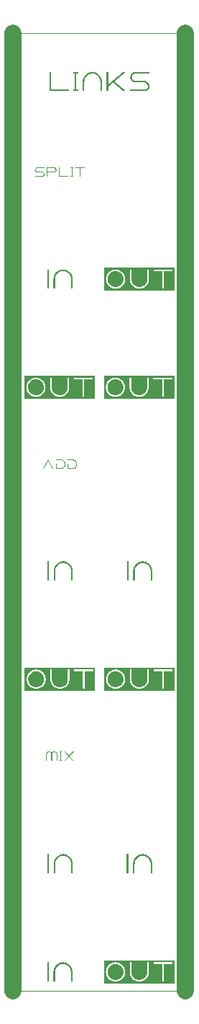
<source format=gbr>
%TF.GenerationSoftware,KiCad,Pcbnew,8.0.5-8.0.5-0~ubuntu22.04.1*%
%TF.CreationDate,2024-09-23T11:55:14+02:00*%
%TF.ProjectId,links_v40_panel,6c696e6b-735f-4763-9430-5f70616e656c,rev?*%
%TF.SameCoordinates,Original*%
%TF.FileFunction,Legend,Top*%
%TF.FilePolarity,Positive*%
%FSLAX46Y46*%
G04 Gerber Fmt 4.6, Leading zero omitted, Abs format (unit mm)*
G04 Created by KiCad (PCBNEW 8.0.5-8.0.5-0~ubuntu22.04.1) date 2024-09-23 11:55:14*
%MOMM*%
%LPD*%
G01*
G04 APERTURE LIST*
%ADD10C,0.150000*%
%ADD11C,0.250000*%
%ADD12C,2.000000*%
%ADD13C,0.100000*%
G04 APERTURE END LIST*
D10*
G36*
X65508423Y-57893946D02*
G01*
X65950014Y-57893946D01*
X66119030Y-57893946D01*
X66119030Y-58082502D01*
X65508423Y-58082502D01*
X63868088Y-58082502D01*
X63868088Y-57935956D01*
X63868088Y-57893946D01*
X63868088Y-55831559D01*
X64056644Y-55831559D01*
X64056644Y-57893946D01*
X65508423Y-57893946D01*
G37*
G36*
X67233755Y-56020115D02*
G01*
X67045199Y-56020115D01*
X67045199Y-57893946D01*
X67233755Y-57893946D01*
X67233755Y-58082502D01*
X66668088Y-58082502D01*
X66668088Y-57893946D01*
X66856644Y-57893946D01*
X66856644Y-56020115D01*
X66668088Y-56020115D01*
X66668088Y-55831559D01*
X67233755Y-55831559D01*
X67233755Y-56020115D01*
G37*
G36*
X68118891Y-56160799D02*
G01*
X68203353Y-56083633D01*
X68292120Y-56016757D01*
X68385192Y-55960169D01*
X68482568Y-55913869D01*
X68584250Y-55877859D01*
X68690236Y-55852137D01*
X68800527Y-55836704D01*
X68915122Y-55831559D01*
X69029718Y-55836704D01*
X69140009Y-55852137D01*
X69245995Y-55877859D01*
X69347677Y-55913869D01*
X69445053Y-55960169D01*
X69538125Y-56016757D01*
X69626892Y-56083633D01*
X69711354Y-56160799D01*
X69788520Y-56245261D01*
X69855396Y-56334028D01*
X69911984Y-56427100D01*
X69958284Y-56524476D01*
X69994294Y-56626158D01*
X70020016Y-56732144D01*
X70035449Y-56842435D01*
X70040593Y-56957030D01*
X70040593Y-58082502D01*
X69852038Y-58082502D01*
X69852038Y-56957030D01*
X69846031Y-56848081D01*
X69828009Y-56742637D01*
X69797972Y-56640699D01*
X69755921Y-56542268D01*
X69726497Y-56487596D01*
X69667392Y-56397102D01*
X69599499Y-56315397D01*
X69522816Y-56242481D01*
X69437344Y-56178354D01*
X69384557Y-56145656D01*
X69288129Y-56096739D01*
X69188195Y-56059837D01*
X69084755Y-56034949D01*
X68977809Y-56022076D01*
X68915122Y-56020115D01*
X68806149Y-56026122D01*
X68700635Y-56044144D01*
X68598581Y-56074181D01*
X68499986Y-56116232D01*
X68445199Y-56145656D01*
X68354872Y-56204761D01*
X68273241Y-56272654D01*
X68200305Y-56349337D01*
X68136064Y-56434809D01*
X68103259Y-56487596D01*
X68054533Y-56584023D01*
X68017774Y-56683957D01*
X67992984Y-56787398D01*
X67980161Y-56894344D01*
X67978207Y-56957030D01*
X67978207Y-58082502D01*
X67789651Y-58082502D01*
X67789651Y-56957030D01*
X67794796Y-56842435D01*
X67810229Y-56732144D01*
X67835951Y-56626158D01*
X67871961Y-56524476D01*
X67918261Y-56427100D01*
X67974849Y-56334028D01*
X68041725Y-56245261D01*
X68118891Y-56160799D01*
G37*
G36*
X72547991Y-55831559D02*
G01*
X72840593Y-55831559D01*
X71504097Y-56957030D01*
X72840593Y-58082502D01*
X72547991Y-58082502D01*
X71355108Y-57080617D01*
X70778207Y-57567638D01*
X70778207Y-58082502D01*
X70589651Y-58082502D01*
X70589651Y-57724930D01*
X70589651Y-57477756D01*
X70589651Y-55831559D01*
X70778207Y-55831559D01*
X70778207Y-57319975D01*
X72547991Y-55831559D01*
G37*
G36*
X74000259Y-55831559D02*
G01*
X75640593Y-55831559D01*
X75640593Y-56020115D01*
X74000259Y-56020115D01*
X73896179Y-56032232D01*
X73801926Y-56068582D01*
X73717500Y-56129166D01*
X73701794Y-56144190D01*
X73636621Y-56226393D01*
X73595586Y-56318519D01*
X73578690Y-56420566D01*
X73578207Y-56442167D01*
X73590276Y-56546103D01*
X73626483Y-56639927D01*
X73686828Y-56723637D01*
X73701794Y-56739166D01*
X73784254Y-56803566D01*
X73876542Y-56844114D01*
X73978656Y-56860810D01*
X74000259Y-56861287D01*
X75029986Y-56861287D01*
X75137136Y-56869842D01*
X75237181Y-56895508D01*
X75330119Y-56938284D01*
X75415951Y-56998170D01*
X75461808Y-57040073D01*
X75531471Y-57121845D01*
X75584025Y-57210722D01*
X75619467Y-57306706D01*
X75637800Y-57409796D01*
X75640593Y-57471894D01*
X75632038Y-57579044D01*
X75606373Y-57679089D01*
X75563597Y-57772027D01*
X75503711Y-57857859D01*
X75461808Y-57903716D01*
X75380036Y-57973379D01*
X75291158Y-58025933D01*
X75195175Y-58061375D01*
X75092085Y-58079708D01*
X75029986Y-58082502D01*
X73389651Y-58082502D01*
X73389651Y-57893946D01*
X75029986Y-57893946D01*
X75134019Y-57881877D01*
X75228128Y-57845670D01*
X75312316Y-57785325D01*
X75327963Y-57770359D01*
X75393393Y-57687899D01*
X75434590Y-57595611D01*
X75451553Y-57493497D01*
X75452038Y-57471894D01*
X75439921Y-57368005D01*
X75403571Y-57274325D01*
X75342987Y-57190853D01*
X75327963Y-57175384D01*
X75245760Y-57110726D01*
X75153634Y-57070016D01*
X75051587Y-57053253D01*
X75029986Y-57052774D01*
X74000259Y-57052774D01*
X73893108Y-57044218D01*
X73793064Y-57018553D01*
X73700126Y-56975777D01*
X73614294Y-56915891D01*
X73568437Y-56873988D01*
X73498774Y-56792216D01*
X73446220Y-56703338D01*
X73410777Y-56607355D01*
X73392445Y-56504265D01*
X73389651Y-56442167D01*
X73398207Y-56335016D01*
X73423872Y-56234972D01*
X73466648Y-56142034D01*
X73526534Y-56056202D01*
X73568437Y-56010345D01*
X73650209Y-55940682D01*
X73739087Y-55888128D01*
X73835070Y-55852685D01*
X73938160Y-55834353D01*
X74000259Y-55831559D01*
G37*
G36*
X64428820Y-135602028D02*
G01*
X64482146Y-135605669D01*
X64532398Y-135616591D01*
X64579576Y-135634795D01*
X64623680Y-135660280D01*
X64664710Y-135693047D01*
X64677704Y-135705587D01*
X64712649Y-135745790D01*
X64740363Y-135788912D01*
X64760848Y-135834954D01*
X64774103Y-135883915D01*
X64780128Y-135935796D01*
X64780530Y-135953738D01*
X64780530Y-136727500D01*
X64686252Y-136727500D01*
X64686252Y-135953738D01*
X64681550Y-135902829D01*
X64667445Y-135855614D01*
X64643937Y-135812093D01*
X64611025Y-135772266D01*
X64571427Y-135739033D01*
X64527861Y-135715296D01*
X64480325Y-135701054D01*
X64428820Y-135696306D01*
X64377315Y-135701054D01*
X64329780Y-135715296D01*
X64286213Y-135739033D01*
X64246615Y-135772266D01*
X64213703Y-135812093D01*
X64190195Y-135855614D01*
X64176090Y-135902829D01*
X64171388Y-135953738D01*
X64171388Y-136727500D01*
X64077110Y-136727500D01*
X64077110Y-135953738D01*
X64072363Y-135902829D01*
X64058121Y-135855614D01*
X64034383Y-135812093D01*
X64001151Y-135772266D01*
X63961278Y-135739033D01*
X63917620Y-135715296D01*
X63870176Y-135701054D01*
X63818946Y-135696306D01*
X63767716Y-135701054D01*
X63720272Y-135715296D01*
X63676613Y-135739033D01*
X63636741Y-135772266D01*
X63603508Y-135812093D01*
X63579771Y-135855614D01*
X63565529Y-135902829D01*
X63560781Y-135953738D01*
X63560781Y-136727500D01*
X63466503Y-136727500D01*
X63466503Y-135953738D01*
X63470136Y-135900884D01*
X63481032Y-135850950D01*
X63499193Y-135803935D01*
X63524618Y-135759840D01*
X63557307Y-135718664D01*
X63569818Y-135705587D01*
X63610104Y-135670394D01*
X63653292Y-135642481D01*
X63699382Y-135621850D01*
X63748375Y-135608501D01*
X63800270Y-135602433D01*
X63818213Y-135602028D01*
X63871480Y-135605815D01*
X63922198Y-135617175D01*
X63970364Y-135636109D01*
X63996022Y-135649900D01*
X64038891Y-135679494D01*
X64076273Y-135714420D01*
X64108168Y-135754679D01*
X64123517Y-135779349D01*
X64152402Y-135736128D01*
X64186852Y-135698239D01*
X64226866Y-135665683D01*
X64251500Y-135649900D01*
X64298508Y-135626759D01*
X64347756Y-135611191D01*
X64399246Y-135603197D01*
X64428820Y-135602028D01*
G37*
G36*
X65336915Y-135696306D02*
G01*
X65242637Y-135696306D01*
X65242637Y-136633222D01*
X65336915Y-136633222D01*
X65336915Y-136727500D01*
X65054082Y-136727500D01*
X65054082Y-136633222D01*
X65148360Y-136633222D01*
X65148360Y-135696306D01*
X65054082Y-135696306D01*
X65054082Y-135602028D01*
X65336915Y-135602028D01*
X65336915Y-135696306D01*
G37*
G36*
X66606734Y-135602028D02*
G01*
X66740335Y-135602028D01*
X66243789Y-136164764D01*
X66740335Y-136727500D01*
X66606734Y-136727500D01*
X66177599Y-136240724D01*
X65748464Y-136727500D01*
X65614863Y-136727500D01*
X66111409Y-136164764D01*
X65614863Y-135602028D01*
X65748464Y-135602028D01*
X66177599Y-136088804D01*
X66606734Y-135602028D01*
G37*
G36*
X63071809Y-102448802D02*
G01*
X63704887Y-101323330D01*
X64336499Y-102448802D01*
X64221216Y-102448802D01*
X63704887Y-101527273D01*
X63187092Y-102448802D01*
X63071809Y-102448802D01*
G37*
G36*
X65172298Y-101323330D02*
G01*
X65229596Y-101325903D01*
X65284741Y-101333619D01*
X65337734Y-101346480D01*
X65388575Y-101364485D01*
X65437263Y-101387635D01*
X65483799Y-101415929D01*
X65528183Y-101449367D01*
X65570414Y-101487950D01*
X65608996Y-101530181D01*
X65642435Y-101574565D01*
X65670729Y-101621101D01*
X65693878Y-101669789D01*
X65711884Y-101720630D01*
X65724745Y-101773623D01*
X65732461Y-101828768D01*
X65735033Y-101886066D01*
X65732461Y-101943364D01*
X65724745Y-101998509D01*
X65711884Y-102051502D01*
X65693878Y-102102343D01*
X65670729Y-102151031D01*
X65642435Y-102197567D01*
X65608996Y-102241951D01*
X65570414Y-102284182D01*
X65528183Y-102322765D01*
X65483799Y-102356203D01*
X65437263Y-102384497D01*
X65388575Y-102407647D01*
X65337734Y-102425652D01*
X65284741Y-102438513D01*
X65229596Y-102446229D01*
X65172298Y-102448802D01*
X64609562Y-102448802D01*
X64609562Y-101838194D01*
X64703840Y-101838194D01*
X64703840Y-102354524D01*
X65172298Y-102354524D01*
X65226773Y-102351532D01*
X65279495Y-102342556D01*
X65330463Y-102327596D01*
X65379679Y-102306652D01*
X65407015Y-102291998D01*
X65452262Y-102262362D01*
X65493115Y-102228378D01*
X65529573Y-102190047D01*
X65561636Y-102147368D01*
X65577985Y-102121028D01*
X65602444Y-102072719D01*
X65620895Y-102022680D01*
X65633338Y-101970911D01*
X65639775Y-101917413D01*
X65640756Y-101886066D01*
X65637752Y-101831591D01*
X65628741Y-101778869D01*
X65613723Y-101727900D01*
X65592697Y-101678685D01*
X65577985Y-101651349D01*
X65548433Y-101606102D01*
X65514486Y-101565249D01*
X65476145Y-101528791D01*
X65433409Y-101496728D01*
X65407015Y-101480379D01*
X65358801Y-101455920D01*
X65308834Y-101437469D01*
X65257114Y-101425025D01*
X65203641Y-101418589D01*
X65172298Y-101417608D01*
X64609562Y-101417608D01*
X64609562Y-101323330D01*
X65172298Y-101323330D01*
G37*
G36*
X66572298Y-101323330D02*
G01*
X66629596Y-101325903D01*
X66684741Y-101333619D01*
X66737734Y-101346480D01*
X66788575Y-101364485D01*
X66837263Y-101387635D01*
X66883799Y-101415929D01*
X66928183Y-101449367D01*
X66970414Y-101487950D01*
X67008996Y-101530181D01*
X67042435Y-101574565D01*
X67070729Y-101621101D01*
X67093878Y-101669789D01*
X67111884Y-101720630D01*
X67124745Y-101773623D01*
X67132461Y-101828768D01*
X67135033Y-101886066D01*
X67132461Y-101943364D01*
X67124745Y-101998509D01*
X67111884Y-102051502D01*
X67093878Y-102102343D01*
X67070729Y-102151031D01*
X67042435Y-102197567D01*
X67008996Y-102241951D01*
X66970414Y-102284182D01*
X66928183Y-102322765D01*
X66883799Y-102356203D01*
X66837263Y-102384497D01*
X66788575Y-102407647D01*
X66737734Y-102425652D01*
X66684741Y-102438513D01*
X66629596Y-102446229D01*
X66572298Y-102448802D01*
X66009562Y-102448802D01*
X66009562Y-101838194D01*
X66103840Y-101838194D01*
X66103840Y-102354524D01*
X66572298Y-102354524D01*
X66626773Y-102351532D01*
X66679495Y-102342556D01*
X66730463Y-102327596D01*
X66779679Y-102306652D01*
X66807015Y-102291998D01*
X66852262Y-102262362D01*
X66893115Y-102228378D01*
X66929573Y-102190047D01*
X66961636Y-102147368D01*
X66977985Y-102121028D01*
X67002444Y-102072719D01*
X67020895Y-102022680D01*
X67033338Y-101970911D01*
X67039775Y-101917413D01*
X67040756Y-101886066D01*
X67037752Y-101831591D01*
X67028741Y-101778869D01*
X67013723Y-101727900D01*
X66992697Y-101678685D01*
X66977985Y-101651349D01*
X66948433Y-101606102D01*
X66914486Y-101565249D01*
X66876145Y-101528791D01*
X66833409Y-101496728D01*
X66807015Y-101480379D01*
X66758801Y-101455920D01*
X66708834Y-101437469D01*
X66657114Y-101425025D01*
X66603641Y-101418589D01*
X66572298Y-101417608D01*
X66009562Y-101417608D01*
X66009562Y-101323330D01*
X66572298Y-101323330D01*
G37*
G36*
X62472442Y-67023330D02*
G01*
X63292609Y-67023330D01*
X63292609Y-67117608D01*
X62472442Y-67117608D01*
X62420402Y-67123667D01*
X62373276Y-67141842D01*
X62331063Y-67172134D01*
X62323210Y-67179646D01*
X62290623Y-67220747D01*
X62270106Y-67266810D01*
X62261657Y-67317834D01*
X62261416Y-67328634D01*
X62267451Y-67380602D01*
X62285554Y-67427514D01*
X62315727Y-67469369D01*
X62323210Y-67477134D01*
X62364440Y-67509334D01*
X62410584Y-67529608D01*
X62461641Y-67537956D01*
X62472442Y-67538194D01*
X62987306Y-67538194D01*
X63040881Y-67542472D01*
X63090903Y-67555305D01*
X63137372Y-67576693D01*
X63180288Y-67606636D01*
X63203217Y-67627587D01*
X63238048Y-67668473D01*
X63264325Y-67712912D01*
X63282046Y-67760904D01*
X63291213Y-67812449D01*
X63292609Y-67843498D01*
X63288332Y-67897073D01*
X63275499Y-67947095D01*
X63254111Y-67993564D01*
X63224168Y-68036480D01*
X63203217Y-68059409D01*
X63162331Y-68094240D01*
X63117892Y-68120517D01*
X63069900Y-68138238D01*
X63018355Y-68147405D01*
X62987306Y-68148802D01*
X62167138Y-68148802D01*
X62167138Y-68054524D01*
X62987306Y-68054524D01*
X63039322Y-68048489D01*
X63086377Y-68030386D01*
X63128471Y-68000213D01*
X63136294Y-67992730D01*
X63169009Y-67951500D01*
X63189608Y-67905356D01*
X63198089Y-67854299D01*
X63198332Y-67843498D01*
X63192273Y-67791553D01*
X63174098Y-67744713D01*
X63143806Y-67702977D01*
X63136294Y-67695243D01*
X63095193Y-67662914D01*
X63049130Y-67642559D01*
X62998106Y-67634177D01*
X62987306Y-67633938D01*
X62472442Y-67633938D01*
X62418867Y-67629660D01*
X62368845Y-67616827D01*
X62322376Y-67595439D01*
X62279460Y-67565496D01*
X62256531Y-67544545D01*
X62221699Y-67503659D01*
X62195423Y-67459220D01*
X62177701Y-67411228D01*
X62168535Y-67359683D01*
X62167138Y-67328634D01*
X62171416Y-67275059D01*
X62184249Y-67225037D01*
X62205637Y-67178568D01*
X62235580Y-67135652D01*
X62256531Y-67112723D01*
X62297417Y-67077892D01*
X62341856Y-67051615D01*
X62389848Y-67033893D01*
X62441393Y-67024727D01*
X62472442Y-67023330D01*
G37*
G36*
X64440881Y-67027608D02*
G01*
X64490903Y-67040441D01*
X64537372Y-67061829D01*
X64580288Y-67091772D01*
X64603217Y-67112723D01*
X64638048Y-67153609D01*
X64664325Y-67198048D01*
X64682046Y-67246040D01*
X64691213Y-67297585D01*
X64692609Y-67328634D01*
X64688332Y-67382209D01*
X64675499Y-67432231D01*
X64654111Y-67478700D01*
X64624168Y-67521616D01*
X64603217Y-67544545D01*
X64562331Y-67579376D01*
X64517892Y-67605653D01*
X64469900Y-67623375D01*
X64418355Y-67632541D01*
X64387306Y-67633938D01*
X63661416Y-67633938D01*
X63661416Y-68148802D01*
X63567138Y-68148802D01*
X63567138Y-67538194D01*
X63661416Y-67538194D01*
X64387306Y-67538194D01*
X64435258Y-67527795D01*
X64469616Y-67511572D01*
X64510508Y-67483389D01*
X64545550Y-67448846D01*
X64558276Y-67433414D01*
X64584210Y-67391377D01*
X64597706Y-67341972D01*
X64598332Y-67328634D01*
X64592273Y-67276618D01*
X64574098Y-67229563D01*
X64543806Y-67187469D01*
X64536294Y-67179646D01*
X64495193Y-67146931D01*
X64449130Y-67126332D01*
X64398106Y-67117851D01*
X64387306Y-67117608D01*
X63661416Y-67117608D01*
X63661416Y-67538194D01*
X63567138Y-67538194D01*
X63567138Y-67023330D01*
X64387306Y-67023330D01*
X64440881Y-67027608D01*
G37*
G36*
X65787306Y-68054524D02*
G01*
X66008101Y-68054524D01*
X66092609Y-68054524D01*
X66092609Y-68148802D01*
X65787306Y-68148802D01*
X64967138Y-68148802D01*
X64967138Y-68075529D01*
X64967138Y-68054524D01*
X64967138Y-67023330D01*
X65061416Y-67023330D01*
X65061416Y-68054524D01*
X65787306Y-68054524D01*
G37*
G36*
X66649972Y-67117608D02*
G01*
X66555694Y-67117608D01*
X66555694Y-68054524D01*
X66649972Y-68054524D01*
X66649972Y-68148802D01*
X66367138Y-68148802D01*
X66367138Y-68054524D01*
X66461416Y-68054524D01*
X66461416Y-67117608D01*
X66367138Y-67117608D01*
X66367138Y-67023330D01*
X66649972Y-67023330D01*
X66649972Y-67117608D01*
G37*
G36*
X66927920Y-67117608D02*
G01*
X66927920Y-67023330D01*
X68053391Y-67023330D01*
X68053391Y-67117608D01*
X67538527Y-67117608D01*
X67538527Y-68148802D01*
X67442784Y-68148802D01*
X67442784Y-67117608D01*
X66927920Y-67117608D01*
G37*
G36*
X63583164Y-162617500D02*
G01*
X63583164Y-160366557D01*
X63771720Y-160366557D01*
X63771720Y-162617500D01*
X63583164Y-162617500D01*
G37*
G36*
X64658810Y-160695797D02*
G01*
X64743272Y-160618631D01*
X64832039Y-160551755D01*
X64925111Y-160495167D01*
X65022487Y-160448867D01*
X65124169Y-160412857D01*
X65230155Y-160387135D01*
X65340446Y-160371702D01*
X65455041Y-160366557D01*
X65569637Y-160371702D01*
X65679928Y-160387135D01*
X65785914Y-160412857D01*
X65887596Y-160448867D01*
X65984972Y-160495167D01*
X66078044Y-160551755D01*
X66166811Y-160618631D01*
X66251273Y-160695797D01*
X66328439Y-160780259D01*
X66395315Y-160869026D01*
X66451903Y-160962098D01*
X66498203Y-161059474D01*
X66534213Y-161161156D01*
X66559935Y-161267142D01*
X66575368Y-161377433D01*
X66580512Y-161492028D01*
X66580512Y-162617500D01*
X66391957Y-162617500D01*
X66391957Y-161492028D01*
X66385950Y-161383079D01*
X66367928Y-161277635D01*
X66337891Y-161175697D01*
X66295840Y-161077266D01*
X66266416Y-161022594D01*
X66207311Y-160932100D01*
X66139418Y-160850395D01*
X66062735Y-160777479D01*
X65977263Y-160713352D01*
X65924476Y-160680654D01*
X65828048Y-160631737D01*
X65728114Y-160594835D01*
X65624674Y-160569947D01*
X65517728Y-160557074D01*
X65455041Y-160555113D01*
X65346068Y-160561120D01*
X65240554Y-160579142D01*
X65138500Y-160609179D01*
X65039905Y-160651230D01*
X64985118Y-160680654D01*
X64894791Y-160739759D01*
X64813160Y-160807652D01*
X64740224Y-160884335D01*
X64675983Y-160969807D01*
X64643178Y-161022594D01*
X64594452Y-161119021D01*
X64557693Y-161218955D01*
X64532903Y-161322396D01*
X64520080Y-161429342D01*
X64518126Y-161492028D01*
X64518126Y-162617500D01*
X64329570Y-162617500D01*
X64329570Y-161492028D01*
X64334715Y-161377433D01*
X64350148Y-161267142D01*
X64375870Y-161161156D01*
X64411880Y-161059474D01*
X64458180Y-160962098D01*
X64514768Y-160869026D01*
X64581644Y-160780259D01*
X64658810Y-160695797D01*
G37*
D11*
G36*
X71707025Y-160557074D02*
G01*
X71813971Y-160569947D01*
X71917411Y-160594835D01*
X72017345Y-160631737D01*
X72113773Y-160680654D01*
X72166560Y-160713352D01*
X72252032Y-160777479D01*
X72328714Y-160850395D01*
X72396608Y-160932100D01*
X72455713Y-161022594D01*
X72485137Y-161077266D01*
X72527188Y-161175697D01*
X72557225Y-161277635D01*
X72575247Y-161383079D01*
X72581254Y-161492028D01*
X72579292Y-161554723D01*
X72566419Y-161661719D01*
X72541532Y-161765256D01*
X72504630Y-161865334D01*
X72455713Y-161961952D01*
X72423015Y-162014632D01*
X72358888Y-162099990D01*
X72285972Y-162176653D01*
X72204267Y-162244620D01*
X72113773Y-162303892D01*
X72059101Y-162333201D01*
X71960670Y-162375088D01*
X71858732Y-162405008D01*
X71753288Y-162422960D01*
X71644338Y-162428944D01*
X71581644Y-162426990D01*
X71474648Y-162414167D01*
X71371111Y-162389377D01*
X71271033Y-162352618D01*
X71174415Y-162303892D01*
X71121735Y-162271087D01*
X71036377Y-162206846D01*
X70959714Y-162133910D01*
X70891747Y-162052279D01*
X70832475Y-161961952D01*
X70803166Y-161907165D01*
X70761278Y-161808570D01*
X70731359Y-161706516D01*
X70713407Y-161601002D01*
X70707423Y-161492028D01*
X70709377Y-161429342D01*
X70722199Y-161322396D01*
X70746990Y-161218955D01*
X70783749Y-161119021D01*
X70832475Y-161022594D01*
X70865280Y-160969807D01*
X70929521Y-160884335D01*
X71002457Y-160807652D01*
X71084088Y-160739759D01*
X71174415Y-160680654D01*
X71229202Y-160651230D01*
X71327797Y-160609179D01*
X71429851Y-160579142D01*
X71535365Y-160561120D01*
X71644338Y-160555113D01*
X71707025Y-160557074D01*
G37*
G36*
X78592031Y-162839722D02*
G01*
X70296645Y-162839722D01*
X70296645Y-161492028D01*
X70518867Y-161492028D01*
X70524012Y-161606624D01*
X70539445Y-161716915D01*
X70565167Y-161822901D01*
X70601177Y-161924583D01*
X70647476Y-162021959D01*
X70704064Y-162115031D01*
X70770941Y-162203798D01*
X70848107Y-162288260D01*
X70932569Y-162365426D01*
X71021336Y-162432302D01*
X71114408Y-162488890D01*
X71211784Y-162535190D01*
X71313466Y-162571200D01*
X71419452Y-162596922D01*
X71529743Y-162612355D01*
X71644338Y-162617500D01*
X71758934Y-162612355D01*
X71869225Y-162596922D01*
X71975211Y-162571200D01*
X72076892Y-162535190D01*
X72174269Y-162488890D01*
X72267341Y-162432302D01*
X72356108Y-162365426D01*
X72440570Y-162288260D01*
X72517735Y-162203798D01*
X72584612Y-162115031D01*
X72641200Y-162021959D01*
X72687500Y-161924583D01*
X72723510Y-161822901D01*
X72749232Y-161716915D01*
X72764665Y-161606624D01*
X72769809Y-161492028D01*
X73318867Y-161492028D01*
X73324012Y-161606624D01*
X73339445Y-161716915D01*
X73365167Y-161822901D01*
X73401177Y-161924583D01*
X73447476Y-162021959D01*
X73504064Y-162115031D01*
X73570941Y-162203798D01*
X73648107Y-162288260D01*
X73732569Y-162365426D01*
X73821336Y-162432302D01*
X73914408Y-162488890D01*
X74011784Y-162535190D01*
X74113466Y-162571200D01*
X74219452Y-162596922D01*
X74329743Y-162612355D01*
X74444338Y-162617500D01*
X74558934Y-162612355D01*
X74669225Y-162596922D01*
X74775211Y-162571200D01*
X74876892Y-162535190D01*
X74974269Y-162488890D01*
X75067341Y-162432302D01*
X75156108Y-162365426D01*
X75240570Y-162288260D01*
X75317735Y-162203798D01*
X75384612Y-162115031D01*
X75441200Y-162021959D01*
X75487500Y-161924583D01*
X75523510Y-161822901D01*
X75549232Y-161716915D01*
X75564665Y-161606624D01*
X75569809Y-161492028D01*
X75569809Y-160555113D01*
X76118867Y-160555113D01*
X77148595Y-160555113D01*
X77148595Y-162617500D01*
X77340081Y-162617500D01*
X77340081Y-160555113D01*
X78369809Y-160555113D01*
X78369809Y-160366557D01*
X76118867Y-160366557D01*
X76118867Y-160555113D01*
X75569809Y-160555113D01*
X75569809Y-160366557D01*
X75381254Y-160366557D01*
X75381254Y-161492028D01*
X75379292Y-161554723D01*
X75366419Y-161661719D01*
X75341532Y-161765256D01*
X75304630Y-161865334D01*
X75255713Y-161961952D01*
X75223015Y-162014632D01*
X75158888Y-162099990D01*
X75085972Y-162176653D01*
X75004267Y-162244620D01*
X74913773Y-162303892D01*
X74859101Y-162333201D01*
X74760670Y-162375088D01*
X74658732Y-162405008D01*
X74553288Y-162422960D01*
X74444338Y-162428944D01*
X74381644Y-162426990D01*
X74274648Y-162414167D01*
X74171111Y-162389377D01*
X74071033Y-162352618D01*
X73974415Y-162303892D01*
X73921735Y-162271087D01*
X73836377Y-162206846D01*
X73759714Y-162133910D01*
X73691747Y-162052279D01*
X73632475Y-161961952D01*
X73603166Y-161907165D01*
X73561278Y-161808570D01*
X73531359Y-161706516D01*
X73513407Y-161601002D01*
X73507423Y-161492028D01*
X73507423Y-160366557D01*
X73318867Y-160366557D01*
X73318867Y-161492028D01*
X72769809Y-161492028D01*
X72764665Y-161377433D01*
X72749232Y-161267142D01*
X72723510Y-161161156D01*
X72687500Y-161059474D01*
X72641200Y-160962098D01*
X72584612Y-160869026D01*
X72517735Y-160780259D01*
X72440570Y-160695797D01*
X72356108Y-160618631D01*
X72267341Y-160551755D01*
X72174269Y-160495167D01*
X72076892Y-160448867D01*
X71975211Y-160412857D01*
X71869225Y-160387135D01*
X71758934Y-160371702D01*
X71644338Y-160366557D01*
X71529743Y-160371702D01*
X71419452Y-160387135D01*
X71313466Y-160412857D01*
X71211784Y-160448867D01*
X71114408Y-160495167D01*
X71021336Y-160551755D01*
X70932569Y-160618631D01*
X70848107Y-160695797D01*
X70770941Y-160780259D01*
X70704064Y-160869026D01*
X70647476Y-160962098D01*
X70601177Y-161059474D01*
X70565167Y-161161156D01*
X70539445Y-161267142D01*
X70524012Y-161377433D01*
X70518867Y-161492028D01*
X70296645Y-161492028D01*
X70296645Y-160144335D01*
X78592031Y-160144335D01*
X78592031Y-162839722D01*
G37*
D10*
G36*
X63608164Y-149917500D02*
G01*
X63608164Y-147666557D01*
X63796720Y-147666557D01*
X63796720Y-149917500D01*
X63608164Y-149917500D01*
G37*
G36*
X64683810Y-147995797D02*
G01*
X64768272Y-147918631D01*
X64857039Y-147851755D01*
X64950111Y-147795167D01*
X65047487Y-147748867D01*
X65149169Y-147712857D01*
X65255155Y-147687135D01*
X65365446Y-147671702D01*
X65480041Y-147666557D01*
X65594637Y-147671702D01*
X65704928Y-147687135D01*
X65810914Y-147712857D01*
X65912596Y-147748867D01*
X66009972Y-147795167D01*
X66103044Y-147851755D01*
X66191811Y-147918631D01*
X66276273Y-147995797D01*
X66353439Y-148080259D01*
X66420315Y-148169026D01*
X66476903Y-148262098D01*
X66523203Y-148359474D01*
X66559213Y-148461156D01*
X66584935Y-148567142D01*
X66600368Y-148677433D01*
X66605512Y-148792028D01*
X66605512Y-149917500D01*
X66416957Y-149917500D01*
X66416957Y-148792028D01*
X66410950Y-148683079D01*
X66392928Y-148577635D01*
X66362891Y-148475697D01*
X66320840Y-148377266D01*
X66291416Y-148322594D01*
X66232311Y-148232100D01*
X66164418Y-148150395D01*
X66087735Y-148077479D01*
X66002263Y-148013352D01*
X65949476Y-147980654D01*
X65853048Y-147931737D01*
X65753114Y-147894835D01*
X65649674Y-147869947D01*
X65542728Y-147857074D01*
X65480041Y-147855113D01*
X65371068Y-147861120D01*
X65265554Y-147879142D01*
X65163500Y-147909179D01*
X65064905Y-147951230D01*
X65010118Y-147980654D01*
X64919791Y-148039759D01*
X64838160Y-148107652D01*
X64765224Y-148184335D01*
X64700983Y-148269807D01*
X64668178Y-148322594D01*
X64619452Y-148419021D01*
X64582693Y-148518955D01*
X64557903Y-148622396D01*
X64545080Y-148729342D01*
X64543126Y-148792028D01*
X64543126Y-149917500D01*
X64354570Y-149917500D01*
X64354570Y-148792028D01*
X64359715Y-148677433D01*
X64375148Y-148567142D01*
X64400870Y-148461156D01*
X64436880Y-148359474D01*
X64483180Y-148262098D01*
X64539768Y-148169026D01*
X64606644Y-148080259D01*
X64683810Y-147995797D01*
G37*
G36*
X72970664Y-149917500D02*
G01*
X72970664Y-147666557D01*
X73159220Y-147666557D01*
X73159220Y-149917500D01*
X72970664Y-149917500D01*
G37*
G36*
X74046310Y-147995797D02*
G01*
X74130772Y-147918631D01*
X74219539Y-147851755D01*
X74312611Y-147795167D01*
X74409987Y-147748867D01*
X74511669Y-147712857D01*
X74617655Y-147687135D01*
X74727946Y-147671702D01*
X74842541Y-147666557D01*
X74957137Y-147671702D01*
X75067428Y-147687135D01*
X75173414Y-147712857D01*
X75275096Y-147748867D01*
X75372472Y-147795167D01*
X75465544Y-147851755D01*
X75554311Y-147918631D01*
X75638773Y-147995797D01*
X75715939Y-148080259D01*
X75782815Y-148169026D01*
X75839403Y-148262098D01*
X75885703Y-148359474D01*
X75921713Y-148461156D01*
X75947435Y-148567142D01*
X75962868Y-148677433D01*
X75968012Y-148792028D01*
X75968012Y-149917500D01*
X75779457Y-149917500D01*
X75779457Y-148792028D01*
X75773450Y-148683079D01*
X75755428Y-148577635D01*
X75725391Y-148475697D01*
X75683340Y-148377266D01*
X75653916Y-148322594D01*
X75594811Y-148232100D01*
X75526918Y-148150395D01*
X75450235Y-148077479D01*
X75364763Y-148013352D01*
X75311976Y-147980654D01*
X75215548Y-147931737D01*
X75115614Y-147894835D01*
X75012174Y-147869947D01*
X74905228Y-147857074D01*
X74842541Y-147855113D01*
X74733568Y-147861120D01*
X74628054Y-147879142D01*
X74526000Y-147909179D01*
X74427405Y-147951230D01*
X74372618Y-147980654D01*
X74282291Y-148039759D01*
X74200660Y-148107652D01*
X74127724Y-148184335D01*
X74063483Y-148269807D01*
X74030678Y-148322594D01*
X73981952Y-148419021D01*
X73945193Y-148518955D01*
X73920403Y-148622396D01*
X73907580Y-148729342D01*
X73905626Y-148792028D01*
X73905626Y-149917500D01*
X73717070Y-149917500D01*
X73717070Y-148792028D01*
X73722215Y-148677433D01*
X73737648Y-148567142D01*
X73763370Y-148461156D01*
X73799380Y-148359474D01*
X73845680Y-148262098D01*
X73902268Y-148169026D01*
X73969144Y-148080259D01*
X74046310Y-147995797D01*
G37*
D11*
G36*
X62351368Y-126182074D02*
G01*
X62458314Y-126194947D01*
X62561754Y-126219835D01*
X62661688Y-126256737D01*
X62758116Y-126305654D01*
X62810903Y-126338352D01*
X62896375Y-126402479D01*
X62973057Y-126475395D01*
X63040951Y-126557100D01*
X63100056Y-126647594D01*
X63129480Y-126702266D01*
X63171531Y-126800697D01*
X63201568Y-126902635D01*
X63219590Y-127008079D01*
X63225597Y-127117028D01*
X63223635Y-127179723D01*
X63210762Y-127286719D01*
X63185875Y-127390256D01*
X63148973Y-127490334D01*
X63100056Y-127586952D01*
X63067358Y-127639632D01*
X63003231Y-127724990D01*
X62930315Y-127801653D01*
X62848610Y-127869620D01*
X62758116Y-127928892D01*
X62703444Y-127958201D01*
X62605013Y-128000088D01*
X62503075Y-128030008D01*
X62397631Y-128047960D01*
X62288681Y-128053944D01*
X62225987Y-128051990D01*
X62118991Y-128039167D01*
X62015454Y-128014377D01*
X61915376Y-127977618D01*
X61818758Y-127928892D01*
X61766078Y-127896087D01*
X61680720Y-127831846D01*
X61604057Y-127758910D01*
X61536090Y-127677279D01*
X61476818Y-127586952D01*
X61447509Y-127532165D01*
X61405621Y-127433570D01*
X61375702Y-127331516D01*
X61357750Y-127226002D01*
X61351766Y-127117028D01*
X61353720Y-127054342D01*
X61366542Y-126947396D01*
X61391333Y-126843955D01*
X61428092Y-126744021D01*
X61476818Y-126647594D01*
X61509623Y-126594807D01*
X61573864Y-126509335D01*
X61646800Y-126432652D01*
X61728431Y-126364759D01*
X61818758Y-126305654D01*
X61873545Y-126276230D01*
X61972140Y-126234179D01*
X62074194Y-126204142D01*
X62179708Y-126186120D01*
X62288681Y-126180113D01*
X62351368Y-126182074D01*
G37*
G36*
X69236374Y-128464722D02*
G01*
X60940988Y-128464722D01*
X60940988Y-127117028D01*
X61163210Y-127117028D01*
X61168355Y-127231624D01*
X61183788Y-127341915D01*
X61209510Y-127447901D01*
X61245520Y-127549583D01*
X61291819Y-127646959D01*
X61348407Y-127740031D01*
X61415284Y-127828798D01*
X61492450Y-127913260D01*
X61576912Y-127990426D01*
X61665679Y-128057302D01*
X61758751Y-128113890D01*
X61856127Y-128160190D01*
X61957809Y-128196200D01*
X62063795Y-128221922D01*
X62174086Y-128237355D01*
X62288681Y-128242500D01*
X62403277Y-128237355D01*
X62513568Y-128221922D01*
X62619554Y-128196200D01*
X62721235Y-128160190D01*
X62818612Y-128113890D01*
X62911684Y-128057302D01*
X63000451Y-127990426D01*
X63084913Y-127913260D01*
X63162078Y-127828798D01*
X63228955Y-127740031D01*
X63285543Y-127646959D01*
X63331843Y-127549583D01*
X63367853Y-127447901D01*
X63393575Y-127341915D01*
X63409008Y-127231624D01*
X63414152Y-127117028D01*
X63963210Y-127117028D01*
X63968355Y-127231624D01*
X63983788Y-127341915D01*
X64009510Y-127447901D01*
X64045520Y-127549583D01*
X64091819Y-127646959D01*
X64148407Y-127740031D01*
X64215284Y-127828798D01*
X64292450Y-127913260D01*
X64376912Y-127990426D01*
X64465679Y-128057302D01*
X64558751Y-128113890D01*
X64656127Y-128160190D01*
X64757809Y-128196200D01*
X64863795Y-128221922D01*
X64974086Y-128237355D01*
X65088681Y-128242500D01*
X65203277Y-128237355D01*
X65313568Y-128221922D01*
X65419554Y-128196200D01*
X65521235Y-128160190D01*
X65618612Y-128113890D01*
X65711684Y-128057302D01*
X65800451Y-127990426D01*
X65884913Y-127913260D01*
X65962078Y-127828798D01*
X66028955Y-127740031D01*
X66085543Y-127646959D01*
X66131843Y-127549583D01*
X66167853Y-127447901D01*
X66193575Y-127341915D01*
X66209008Y-127231624D01*
X66214152Y-127117028D01*
X66214152Y-126180113D01*
X66763210Y-126180113D01*
X67792938Y-126180113D01*
X67792938Y-128242500D01*
X67984424Y-128242500D01*
X67984424Y-126180113D01*
X69014152Y-126180113D01*
X69014152Y-125991557D01*
X66763210Y-125991557D01*
X66763210Y-126180113D01*
X66214152Y-126180113D01*
X66214152Y-125991557D01*
X66025597Y-125991557D01*
X66025597Y-127117028D01*
X66023635Y-127179723D01*
X66010762Y-127286719D01*
X65985875Y-127390256D01*
X65948973Y-127490334D01*
X65900056Y-127586952D01*
X65867358Y-127639632D01*
X65803231Y-127724990D01*
X65730315Y-127801653D01*
X65648610Y-127869620D01*
X65558116Y-127928892D01*
X65503444Y-127958201D01*
X65405013Y-128000088D01*
X65303075Y-128030008D01*
X65197631Y-128047960D01*
X65088681Y-128053944D01*
X65025987Y-128051990D01*
X64918991Y-128039167D01*
X64815454Y-128014377D01*
X64715376Y-127977618D01*
X64618758Y-127928892D01*
X64566078Y-127896087D01*
X64480720Y-127831846D01*
X64404057Y-127758910D01*
X64336090Y-127677279D01*
X64276818Y-127586952D01*
X64247509Y-127532165D01*
X64205621Y-127433570D01*
X64175702Y-127331516D01*
X64157750Y-127226002D01*
X64151766Y-127117028D01*
X64151766Y-125991557D01*
X63963210Y-125991557D01*
X63963210Y-127117028D01*
X63414152Y-127117028D01*
X63409008Y-127002433D01*
X63393575Y-126892142D01*
X63367853Y-126786156D01*
X63331843Y-126684474D01*
X63285543Y-126587098D01*
X63228955Y-126494026D01*
X63162078Y-126405259D01*
X63084913Y-126320797D01*
X63000451Y-126243631D01*
X62911684Y-126176755D01*
X62818612Y-126120167D01*
X62721235Y-126073867D01*
X62619554Y-126037857D01*
X62513568Y-126012135D01*
X62403277Y-125996702D01*
X62288681Y-125991557D01*
X62174086Y-125996702D01*
X62063795Y-126012135D01*
X61957809Y-126037857D01*
X61856127Y-126073867D01*
X61758751Y-126120167D01*
X61665679Y-126176755D01*
X61576912Y-126243631D01*
X61492450Y-126320797D01*
X61415284Y-126405259D01*
X61348407Y-126494026D01*
X61291819Y-126587098D01*
X61245520Y-126684474D01*
X61209510Y-126786156D01*
X61183788Y-126892142D01*
X61168355Y-127002433D01*
X61163210Y-127117028D01*
X60940988Y-127117028D01*
X60940988Y-125769335D01*
X69236374Y-125769335D01*
X69236374Y-128464722D01*
G37*
G36*
X71713868Y-126182074D02*
G01*
X71820814Y-126194947D01*
X71924254Y-126219835D01*
X72024188Y-126256737D01*
X72120616Y-126305654D01*
X72173403Y-126338352D01*
X72258875Y-126402479D01*
X72335557Y-126475395D01*
X72403451Y-126557100D01*
X72462556Y-126647594D01*
X72491980Y-126702266D01*
X72534031Y-126800697D01*
X72564068Y-126902635D01*
X72582090Y-127008079D01*
X72588097Y-127117028D01*
X72586135Y-127179723D01*
X72573262Y-127286719D01*
X72548375Y-127390256D01*
X72511473Y-127490334D01*
X72462556Y-127586952D01*
X72429858Y-127639632D01*
X72365731Y-127724990D01*
X72292815Y-127801653D01*
X72211110Y-127869620D01*
X72120616Y-127928892D01*
X72065944Y-127958201D01*
X71967513Y-128000088D01*
X71865575Y-128030008D01*
X71760131Y-128047960D01*
X71651181Y-128053944D01*
X71588487Y-128051990D01*
X71481491Y-128039167D01*
X71377954Y-128014377D01*
X71277876Y-127977618D01*
X71181258Y-127928892D01*
X71128578Y-127896087D01*
X71043220Y-127831846D01*
X70966557Y-127758910D01*
X70898590Y-127677279D01*
X70839318Y-127586952D01*
X70810009Y-127532165D01*
X70768121Y-127433570D01*
X70738202Y-127331516D01*
X70720250Y-127226002D01*
X70714266Y-127117028D01*
X70716220Y-127054342D01*
X70729042Y-126947396D01*
X70753833Y-126843955D01*
X70790592Y-126744021D01*
X70839318Y-126647594D01*
X70872123Y-126594807D01*
X70936364Y-126509335D01*
X71009300Y-126432652D01*
X71090931Y-126364759D01*
X71181258Y-126305654D01*
X71236045Y-126276230D01*
X71334640Y-126234179D01*
X71436694Y-126204142D01*
X71542208Y-126186120D01*
X71651181Y-126180113D01*
X71713868Y-126182074D01*
G37*
G36*
X78598874Y-128464722D02*
G01*
X70303488Y-128464722D01*
X70303488Y-127117028D01*
X70525710Y-127117028D01*
X70530855Y-127231624D01*
X70546288Y-127341915D01*
X70572010Y-127447901D01*
X70608020Y-127549583D01*
X70654319Y-127646959D01*
X70710907Y-127740031D01*
X70777784Y-127828798D01*
X70854950Y-127913260D01*
X70939412Y-127990426D01*
X71028179Y-128057302D01*
X71121251Y-128113890D01*
X71218627Y-128160190D01*
X71320309Y-128196200D01*
X71426295Y-128221922D01*
X71536586Y-128237355D01*
X71651181Y-128242500D01*
X71765777Y-128237355D01*
X71876068Y-128221922D01*
X71982054Y-128196200D01*
X72083735Y-128160190D01*
X72181112Y-128113890D01*
X72274184Y-128057302D01*
X72362951Y-127990426D01*
X72447413Y-127913260D01*
X72524578Y-127828798D01*
X72591455Y-127740031D01*
X72648043Y-127646959D01*
X72694343Y-127549583D01*
X72730353Y-127447901D01*
X72756075Y-127341915D01*
X72771508Y-127231624D01*
X72776652Y-127117028D01*
X73325710Y-127117028D01*
X73330855Y-127231624D01*
X73346288Y-127341915D01*
X73372010Y-127447901D01*
X73408020Y-127549583D01*
X73454319Y-127646959D01*
X73510907Y-127740031D01*
X73577784Y-127828798D01*
X73654950Y-127913260D01*
X73739412Y-127990426D01*
X73828179Y-128057302D01*
X73921251Y-128113890D01*
X74018627Y-128160190D01*
X74120309Y-128196200D01*
X74226295Y-128221922D01*
X74336586Y-128237355D01*
X74451181Y-128242500D01*
X74565777Y-128237355D01*
X74676068Y-128221922D01*
X74782054Y-128196200D01*
X74883735Y-128160190D01*
X74981112Y-128113890D01*
X75074184Y-128057302D01*
X75162951Y-127990426D01*
X75247413Y-127913260D01*
X75324578Y-127828798D01*
X75391455Y-127740031D01*
X75448043Y-127646959D01*
X75494343Y-127549583D01*
X75530353Y-127447901D01*
X75556075Y-127341915D01*
X75571508Y-127231624D01*
X75576652Y-127117028D01*
X75576652Y-126180113D01*
X76125710Y-126180113D01*
X77155438Y-126180113D01*
X77155438Y-128242500D01*
X77346924Y-128242500D01*
X77346924Y-126180113D01*
X78376652Y-126180113D01*
X78376652Y-125991557D01*
X76125710Y-125991557D01*
X76125710Y-126180113D01*
X75576652Y-126180113D01*
X75576652Y-125991557D01*
X75388097Y-125991557D01*
X75388097Y-127117028D01*
X75386135Y-127179723D01*
X75373262Y-127286719D01*
X75348375Y-127390256D01*
X75311473Y-127490334D01*
X75262556Y-127586952D01*
X75229858Y-127639632D01*
X75165731Y-127724990D01*
X75092815Y-127801653D01*
X75011110Y-127869620D01*
X74920616Y-127928892D01*
X74865944Y-127958201D01*
X74767513Y-128000088D01*
X74665575Y-128030008D01*
X74560131Y-128047960D01*
X74451181Y-128053944D01*
X74388487Y-128051990D01*
X74281491Y-128039167D01*
X74177954Y-128014377D01*
X74077876Y-127977618D01*
X73981258Y-127928892D01*
X73928578Y-127896087D01*
X73843220Y-127831846D01*
X73766557Y-127758910D01*
X73698590Y-127677279D01*
X73639318Y-127586952D01*
X73610009Y-127532165D01*
X73568121Y-127433570D01*
X73538202Y-127331516D01*
X73520250Y-127226002D01*
X73514266Y-127117028D01*
X73514266Y-125991557D01*
X73325710Y-125991557D01*
X73325710Y-127117028D01*
X72776652Y-127117028D01*
X72771508Y-127002433D01*
X72756075Y-126892142D01*
X72730353Y-126786156D01*
X72694343Y-126684474D01*
X72648043Y-126587098D01*
X72591455Y-126494026D01*
X72524578Y-126405259D01*
X72447413Y-126320797D01*
X72362951Y-126243631D01*
X72274184Y-126176755D01*
X72181112Y-126120167D01*
X72083735Y-126073867D01*
X71982054Y-126037857D01*
X71876068Y-126012135D01*
X71765777Y-125996702D01*
X71651181Y-125991557D01*
X71536586Y-125996702D01*
X71426295Y-126012135D01*
X71320309Y-126037857D01*
X71218627Y-126073867D01*
X71121251Y-126120167D01*
X71028179Y-126176755D01*
X70939412Y-126243631D01*
X70854950Y-126320797D01*
X70777784Y-126405259D01*
X70710907Y-126494026D01*
X70654319Y-126587098D01*
X70608020Y-126684474D01*
X70572010Y-126786156D01*
X70546288Y-126892142D01*
X70530855Y-127002433D01*
X70525710Y-127117028D01*
X70303488Y-127117028D01*
X70303488Y-125769335D01*
X78598874Y-125769335D01*
X78598874Y-128464722D01*
G37*
D10*
G36*
X63615007Y-115542500D02*
G01*
X63615007Y-113291557D01*
X63803563Y-113291557D01*
X63803563Y-115542500D01*
X63615007Y-115542500D01*
G37*
G36*
X64690653Y-113620797D02*
G01*
X64775115Y-113543631D01*
X64863882Y-113476755D01*
X64956954Y-113420167D01*
X65054330Y-113373867D01*
X65156012Y-113337857D01*
X65261998Y-113312135D01*
X65372289Y-113296702D01*
X65486884Y-113291557D01*
X65601480Y-113296702D01*
X65711771Y-113312135D01*
X65817757Y-113337857D01*
X65919439Y-113373867D01*
X66016815Y-113420167D01*
X66109887Y-113476755D01*
X66198654Y-113543631D01*
X66283116Y-113620797D01*
X66360282Y-113705259D01*
X66427158Y-113794026D01*
X66483746Y-113887098D01*
X66530046Y-113984474D01*
X66566056Y-114086156D01*
X66591778Y-114192142D01*
X66607211Y-114302433D01*
X66612355Y-114417028D01*
X66612355Y-115542500D01*
X66423800Y-115542500D01*
X66423800Y-114417028D01*
X66417793Y-114308079D01*
X66399771Y-114202635D01*
X66369734Y-114100697D01*
X66327683Y-114002266D01*
X66298259Y-113947594D01*
X66239154Y-113857100D01*
X66171261Y-113775395D01*
X66094578Y-113702479D01*
X66009106Y-113638352D01*
X65956319Y-113605654D01*
X65859891Y-113556737D01*
X65759957Y-113519835D01*
X65656517Y-113494947D01*
X65549571Y-113482074D01*
X65486884Y-113480113D01*
X65377911Y-113486120D01*
X65272397Y-113504142D01*
X65170343Y-113534179D01*
X65071748Y-113576230D01*
X65016961Y-113605654D01*
X64926634Y-113664759D01*
X64845003Y-113732652D01*
X64772067Y-113809335D01*
X64707826Y-113894807D01*
X64675021Y-113947594D01*
X64626295Y-114044021D01*
X64589536Y-114143955D01*
X64564746Y-114247396D01*
X64551923Y-114354342D01*
X64549969Y-114417028D01*
X64549969Y-115542500D01*
X64361413Y-115542500D01*
X64361413Y-114417028D01*
X64366558Y-114302433D01*
X64381991Y-114192142D01*
X64407713Y-114086156D01*
X64443723Y-113984474D01*
X64490023Y-113887098D01*
X64546611Y-113794026D01*
X64613487Y-113705259D01*
X64690653Y-113620797D01*
G37*
G36*
X72977507Y-115542500D02*
G01*
X72977507Y-113291557D01*
X73166063Y-113291557D01*
X73166063Y-115542500D01*
X72977507Y-115542500D01*
G37*
G36*
X74053153Y-113620797D02*
G01*
X74137615Y-113543631D01*
X74226382Y-113476755D01*
X74319454Y-113420167D01*
X74416830Y-113373867D01*
X74518512Y-113337857D01*
X74624498Y-113312135D01*
X74734789Y-113296702D01*
X74849384Y-113291557D01*
X74963980Y-113296702D01*
X75074271Y-113312135D01*
X75180257Y-113337857D01*
X75281939Y-113373867D01*
X75379315Y-113420167D01*
X75472387Y-113476755D01*
X75561154Y-113543631D01*
X75645616Y-113620797D01*
X75722782Y-113705259D01*
X75789658Y-113794026D01*
X75846246Y-113887098D01*
X75892546Y-113984474D01*
X75928556Y-114086156D01*
X75954278Y-114192142D01*
X75969711Y-114302433D01*
X75974855Y-114417028D01*
X75974855Y-115542500D01*
X75786300Y-115542500D01*
X75786300Y-114417028D01*
X75780293Y-114308079D01*
X75762271Y-114202635D01*
X75732234Y-114100697D01*
X75690183Y-114002266D01*
X75660759Y-113947594D01*
X75601654Y-113857100D01*
X75533761Y-113775395D01*
X75457078Y-113702479D01*
X75371606Y-113638352D01*
X75318819Y-113605654D01*
X75222391Y-113556737D01*
X75122457Y-113519835D01*
X75019017Y-113494947D01*
X74912071Y-113482074D01*
X74849384Y-113480113D01*
X74740411Y-113486120D01*
X74634897Y-113504142D01*
X74532843Y-113534179D01*
X74434248Y-113576230D01*
X74379461Y-113605654D01*
X74289134Y-113664759D01*
X74207503Y-113732652D01*
X74134567Y-113809335D01*
X74070326Y-113894807D01*
X74037521Y-113947594D01*
X73988795Y-114044021D01*
X73952036Y-114143955D01*
X73927246Y-114247396D01*
X73914423Y-114354342D01*
X73912469Y-114417028D01*
X73912469Y-115542500D01*
X73723913Y-115542500D01*
X73723913Y-114417028D01*
X73729058Y-114302433D01*
X73744491Y-114192142D01*
X73770213Y-114086156D01*
X73806223Y-113984474D01*
X73852523Y-113887098D01*
X73909111Y-113794026D01*
X73975987Y-113705259D01*
X74053153Y-113620797D01*
G37*
D11*
G36*
X71713870Y-79203376D02*
G01*
X71820816Y-79216249D01*
X71924256Y-79241137D01*
X72024190Y-79278039D01*
X72120618Y-79326956D01*
X72173405Y-79359654D01*
X72258877Y-79423781D01*
X72335559Y-79496697D01*
X72403453Y-79578402D01*
X72462558Y-79668896D01*
X72491982Y-79723568D01*
X72534033Y-79821999D01*
X72564070Y-79923937D01*
X72582092Y-80029381D01*
X72588099Y-80138330D01*
X72586137Y-80201025D01*
X72573264Y-80308021D01*
X72548377Y-80411558D01*
X72511475Y-80511636D01*
X72462558Y-80608254D01*
X72429860Y-80660934D01*
X72365733Y-80746292D01*
X72292817Y-80822955D01*
X72211112Y-80890922D01*
X72120618Y-80950194D01*
X72065946Y-80979503D01*
X71967515Y-81021390D01*
X71865577Y-81051310D01*
X71760133Y-81069262D01*
X71651183Y-81075246D01*
X71588489Y-81073292D01*
X71481493Y-81060469D01*
X71377956Y-81035679D01*
X71277878Y-80998920D01*
X71181260Y-80950194D01*
X71128580Y-80917389D01*
X71043222Y-80853148D01*
X70966559Y-80780212D01*
X70898592Y-80698581D01*
X70839320Y-80608254D01*
X70810011Y-80553467D01*
X70768123Y-80454872D01*
X70738204Y-80352818D01*
X70720252Y-80247304D01*
X70714268Y-80138330D01*
X70716222Y-80075644D01*
X70729044Y-79968698D01*
X70753835Y-79865257D01*
X70790594Y-79765323D01*
X70839320Y-79668896D01*
X70872125Y-79616109D01*
X70936366Y-79530637D01*
X71009302Y-79453954D01*
X71090933Y-79386061D01*
X71181260Y-79326956D01*
X71236047Y-79297532D01*
X71334642Y-79255481D01*
X71436696Y-79225444D01*
X71542210Y-79207422D01*
X71651183Y-79201415D01*
X71713870Y-79203376D01*
G37*
G36*
X78598876Y-81486024D02*
G01*
X70303490Y-81486024D01*
X70303490Y-80138330D01*
X70525712Y-80138330D01*
X70530857Y-80252926D01*
X70546290Y-80363217D01*
X70572012Y-80469203D01*
X70608022Y-80570885D01*
X70654321Y-80668261D01*
X70710909Y-80761333D01*
X70777786Y-80850100D01*
X70854952Y-80934562D01*
X70939414Y-81011728D01*
X71028181Y-81078604D01*
X71121253Y-81135192D01*
X71218629Y-81181492D01*
X71320311Y-81217502D01*
X71426297Y-81243224D01*
X71536588Y-81258657D01*
X71651183Y-81263802D01*
X71765779Y-81258657D01*
X71876070Y-81243224D01*
X71982056Y-81217502D01*
X72083737Y-81181492D01*
X72181114Y-81135192D01*
X72274186Y-81078604D01*
X72362953Y-81011728D01*
X72447415Y-80934562D01*
X72524580Y-80850100D01*
X72591457Y-80761333D01*
X72648045Y-80668261D01*
X72694345Y-80570885D01*
X72730355Y-80469203D01*
X72756077Y-80363217D01*
X72771510Y-80252926D01*
X72776654Y-80138330D01*
X73325712Y-80138330D01*
X73330857Y-80252926D01*
X73346290Y-80363217D01*
X73372012Y-80469203D01*
X73408022Y-80570885D01*
X73454321Y-80668261D01*
X73510909Y-80761333D01*
X73577786Y-80850100D01*
X73654952Y-80934562D01*
X73739414Y-81011728D01*
X73828181Y-81078604D01*
X73921253Y-81135192D01*
X74018629Y-81181492D01*
X74120311Y-81217502D01*
X74226297Y-81243224D01*
X74336588Y-81258657D01*
X74451183Y-81263802D01*
X74565779Y-81258657D01*
X74676070Y-81243224D01*
X74782056Y-81217502D01*
X74883737Y-81181492D01*
X74981114Y-81135192D01*
X75074186Y-81078604D01*
X75162953Y-81011728D01*
X75247415Y-80934562D01*
X75324580Y-80850100D01*
X75391457Y-80761333D01*
X75448045Y-80668261D01*
X75494345Y-80570885D01*
X75530355Y-80469203D01*
X75556077Y-80363217D01*
X75571510Y-80252926D01*
X75576654Y-80138330D01*
X75576654Y-79201415D01*
X76125712Y-79201415D01*
X77155440Y-79201415D01*
X77155440Y-81263802D01*
X77346926Y-81263802D01*
X77346926Y-79201415D01*
X78376654Y-79201415D01*
X78376654Y-79012859D01*
X76125712Y-79012859D01*
X76125712Y-79201415D01*
X75576654Y-79201415D01*
X75576654Y-79012859D01*
X75388099Y-79012859D01*
X75388099Y-80138330D01*
X75386137Y-80201025D01*
X75373264Y-80308021D01*
X75348377Y-80411558D01*
X75311475Y-80511636D01*
X75262558Y-80608254D01*
X75229860Y-80660934D01*
X75165733Y-80746292D01*
X75092817Y-80822955D01*
X75011112Y-80890922D01*
X74920618Y-80950194D01*
X74865946Y-80979503D01*
X74767515Y-81021390D01*
X74665577Y-81051310D01*
X74560133Y-81069262D01*
X74451183Y-81075246D01*
X74388489Y-81073292D01*
X74281493Y-81060469D01*
X74177956Y-81035679D01*
X74077878Y-80998920D01*
X73981260Y-80950194D01*
X73928580Y-80917389D01*
X73843222Y-80853148D01*
X73766559Y-80780212D01*
X73698592Y-80698581D01*
X73639320Y-80608254D01*
X73610011Y-80553467D01*
X73568123Y-80454872D01*
X73538204Y-80352818D01*
X73520252Y-80247304D01*
X73514268Y-80138330D01*
X73514268Y-79012859D01*
X73325712Y-79012859D01*
X73325712Y-80138330D01*
X72776654Y-80138330D01*
X72771510Y-80023735D01*
X72756077Y-79913444D01*
X72730355Y-79807458D01*
X72694345Y-79705776D01*
X72648045Y-79608400D01*
X72591457Y-79515328D01*
X72524580Y-79426561D01*
X72447415Y-79342099D01*
X72362953Y-79264933D01*
X72274186Y-79198057D01*
X72181114Y-79141469D01*
X72083737Y-79095169D01*
X71982056Y-79059159D01*
X71876070Y-79033437D01*
X71765779Y-79018004D01*
X71651183Y-79012859D01*
X71536588Y-79018004D01*
X71426297Y-79033437D01*
X71320311Y-79059159D01*
X71218629Y-79095169D01*
X71121253Y-79141469D01*
X71028181Y-79198057D01*
X70939414Y-79264933D01*
X70854952Y-79342099D01*
X70777786Y-79426561D01*
X70710909Y-79515328D01*
X70654321Y-79608400D01*
X70608022Y-79705776D01*
X70572012Y-79807458D01*
X70546290Y-79913444D01*
X70530857Y-80023735D01*
X70525712Y-80138330D01*
X70303490Y-80138330D01*
X70303490Y-78790637D01*
X78598876Y-78790637D01*
X78598876Y-81486024D01*
G37*
G36*
X71688870Y-91903376D02*
G01*
X71795816Y-91916249D01*
X71899256Y-91941137D01*
X71999190Y-91978039D01*
X72095618Y-92026956D01*
X72148405Y-92059654D01*
X72233877Y-92123781D01*
X72310559Y-92196697D01*
X72378453Y-92278402D01*
X72437558Y-92368896D01*
X72466982Y-92423568D01*
X72509033Y-92521999D01*
X72539070Y-92623937D01*
X72557092Y-92729381D01*
X72563099Y-92838330D01*
X72561137Y-92901025D01*
X72548264Y-93008021D01*
X72523377Y-93111558D01*
X72486475Y-93211636D01*
X72437558Y-93308254D01*
X72404860Y-93360934D01*
X72340733Y-93446292D01*
X72267817Y-93522955D01*
X72186112Y-93590922D01*
X72095618Y-93650194D01*
X72040946Y-93679503D01*
X71942515Y-93721390D01*
X71840577Y-93751310D01*
X71735133Y-93769262D01*
X71626183Y-93775246D01*
X71563489Y-93773292D01*
X71456493Y-93760469D01*
X71352956Y-93735679D01*
X71252878Y-93698920D01*
X71156260Y-93650194D01*
X71103580Y-93617389D01*
X71018222Y-93553148D01*
X70941559Y-93480212D01*
X70873592Y-93398581D01*
X70814320Y-93308254D01*
X70785011Y-93253467D01*
X70743123Y-93154872D01*
X70713204Y-93052818D01*
X70695252Y-92947304D01*
X70689268Y-92838330D01*
X70691222Y-92775644D01*
X70704044Y-92668698D01*
X70728835Y-92565257D01*
X70765594Y-92465323D01*
X70814320Y-92368896D01*
X70847125Y-92316109D01*
X70911366Y-92230637D01*
X70984302Y-92153954D01*
X71065933Y-92086061D01*
X71156260Y-92026956D01*
X71211047Y-91997532D01*
X71309642Y-91955481D01*
X71411696Y-91925444D01*
X71517210Y-91907422D01*
X71626183Y-91901415D01*
X71688870Y-91903376D01*
G37*
G36*
X78573876Y-94186024D02*
G01*
X70278490Y-94186024D01*
X70278490Y-92838330D01*
X70500712Y-92838330D01*
X70505857Y-92952926D01*
X70521290Y-93063217D01*
X70547012Y-93169203D01*
X70583022Y-93270885D01*
X70629321Y-93368261D01*
X70685909Y-93461333D01*
X70752786Y-93550100D01*
X70829952Y-93634562D01*
X70914414Y-93711728D01*
X71003181Y-93778604D01*
X71096253Y-93835192D01*
X71193629Y-93881492D01*
X71295311Y-93917502D01*
X71401297Y-93943224D01*
X71511588Y-93958657D01*
X71626183Y-93963802D01*
X71740779Y-93958657D01*
X71851070Y-93943224D01*
X71957056Y-93917502D01*
X72058737Y-93881492D01*
X72156114Y-93835192D01*
X72249186Y-93778604D01*
X72337953Y-93711728D01*
X72422415Y-93634562D01*
X72499580Y-93550100D01*
X72566457Y-93461333D01*
X72623045Y-93368261D01*
X72669345Y-93270885D01*
X72705355Y-93169203D01*
X72731077Y-93063217D01*
X72746510Y-92952926D01*
X72751654Y-92838330D01*
X73300712Y-92838330D01*
X73305857Y-92952926D01*
X73321290Y-93063217D01*
X73347012Y-93169203D01*
X73383022Y-93270885D01*
X73429321Y-93368261D01*
X73485909Y-93461333D01*
X73552786Y-93550100D01*
X73629952Y-93634562D01*
X73714414Y-93711728D01*
X73803181Y-93778604D01*
X73896253Y-93835192D01*
X73993629Y-93881492D01*
X74095311Y-93917502D01*
X74201297Y-93943224D01*
X74311588Y-93958657D01*
X74426183Y-93963802D01*
X74540779Y-93958657D01*
X74651070Y-93943224D01*
X74757056Y-93917502D01*
X74858737Y-93881492D01*
X74956114Y-93835192D01*
X75049186Y-93778604D01*
X75137953Y-93711728D01*
X75222415Y-93634562D01*
X75299580Y-93550100D01*
X75366457Y-93461333D01*
X75423045Y-93368261D01*
X75469345Y-93270885D01*
X75505355Y-93169203D01*
X75531077Y-93063217D01*
X75546510Y-92952926D01*
X75551654Y-92838330D01*
X75551654Y-91901415D01*
X76100712Y-91901415D01*
X77130440Y-91901415D01*
X77130440Y-93963802D01*
X77321926Y-93963802D01*
X77321926Y-91901415D01*
X78351654Y-91901415D01*
X78351654Y-91712859D01*
X76100712Y-91712859D01*
X76100712Y-91901415D01*
X75551654Y-91901415D01*
X75551654Y-91712859D01*
X75363099Y-91712859D01*
X75363099Y-92838330D01*
X75361137Y-92901025D01*
X75348264Y-93008021D01*
X75323377Y-93111558D01*
X75286475Y-93211636D01*
X75237558Y-93308254D01*
X75204860Y-93360934D01*
X75140733Y-93446292D01*
X75067817Y-93522955D01*
X74986112Y-93590922D01*
X74895618Y-93650194D01*
X74840946Y-93679503D01*
X74742515Y-93721390D01*
X74640577Y-93751310D01*
X74535133Y-93769262D01*
X74426183Y-93775246D01*
X74363489Y-93773292D01*
X74256493Y-93760469D01*
X74152956Y-93735679D01*
X74052878Y-93698920D01*
X73956260Y-93650194D01*
X73903580Y-93617389D01*
X73818222Y-93553148D01*
X73741559Y-93480212D01*
X73673592Y-93398581D01*
X73614320Y-93308254D01*
X73585011Y-93253467D01*
X73543123Y-93154872D01*
X73513204Y-93052818D01*
X73495252Y-92947304D01*
X73489268Y-92838330D01*
X73489268Y-91712859D01*
X73300712Y-91712859D01*
X73300712Y-92838330D01*
X72751654Y-92838330D01*
X72746510Y-92723735D01*
X72731077Y-92613444D01*
X72705355Y-92507458D01*
X72669345Y-92405776D01*
X72623045Y-92308400D01*
X72566457Y-92215328D01*
X72499580Y-92126561D01*
X72422415Y-92042099D01*
X72337953Y-91964933D01*
X72249186Y-91898057D01*
X72156114Y-91841469D01*
X72058737Y-91795169D01*
X71957056Y-91759159D01*
X71851070Y-91733437D01*
X71740779Y-91718004D01*
X71626183Y-91712859D01*
X71511588Y-91718004D01*
X71401297Y-91733437D01*
X71295311Y-91759159D01*
X71193629Y-91795169D01*
X71096253Y-91841469D01*
X71003181Y-91898057D01*
X70914414Y-91964933D01*
X70829952Y-92042099D01*
X70752786Y-92126561D01*
X70685909Y-92215328D01*
X70629321Y-92308400D01*
X70583022Y-92405776D01*
X70547012Y-92507458D01*
X70521290Y-92613444D01*
X70505857Y-92723735D01*
X70500712Y-92838330D01*
X70278490Y-92838330D01*
X70278490Y-91490637D01*
X78573876Y-91490637D01*
X78573876Y-94186024D01*
G37*
G36*
X62326370Y-91903376D02*
G01*
X62433316Y-91916249D01*
X62536756Y-91941137D01*
X62636690Y-91978039D01*
X62733118Y-92026956D01*
X62785905Y-92059654D01*
X62871377Y-92123781D01*
X62948059Y-92196697D01*
X63015953Y-92278402D01*
X63075058Y-92368896D01*
X63104482Y-92423568D01*
X63146533Y-92521999D01*
X63176570Y-92623937D01*
X63194592Y-92729381D01*
X63200599Y-92838330D01*
X63198637Y-92901025D01*
X63185764Y-93008021D01*
X63160877Y-93111558D01*
X63123975Y-93211636D01*
X63075058Y-93308254D01*
X63042360Y-93360934D01*
X62978233Y-93446292D01*
X62905317Y-93522955D01*
X62823612Y-93590922D01*
X62733118Y-93650194D01*
X62678446Y-93679503D01*
X62580015Y-93721390D01*
X62478077Y-93751310D01*
X62372633Y-93769262D01*
X62263683Y-93775246D01*
X62200989Y-93773292D01*
X62093993Y-93760469D01*
X61990456Y-93735679D01*
X61890378Y-93698920D01*
X61793760Y-93650194D01*
X61741080Y-93617389D01*
X61655722Y-93553148D01*
X61579059Y-93480212D01*
X61511092Y-93398581D01*
X61451820Y-93308254D01*
X61422511Y-93253467D01*
X61380623Y-93154872D01*
X61350704Y-93052818D01*
X61332752Y-92947304D01*
X61326768Y-92838330D01*
X61328722Y-92775644D01*
X61341544Y-92668698D01*
X61366335Y-92565257D01*
X61403094Y-92465323D01*
X61451820Y-92368896D01*
X61484625Y-92316109D01*
X61548866Y-92230637D01*
X61621802Y-92153954D01*
X61703433Y-92086061D01*
X61793760Y-92026956D01*
X61848547Y-91997532D01*
X61947142Y-91955481D01*
X62049196Y-91925444D01*
X62154710Y-91907422D01*
X62263683Y-91901415D01*
X62326370Y-91903376D01*
G37*
G36*
X69211376Y-94186024D02*
G01*
X60915990Y-94186024D01*
X60915990Y-92838330D01*
X61138212Y-92838330D01*
X61143357Y-92952926D01*
X61158790Y-93063217D01*
X61184512Y-93169203D01*
X61220522Y-93270885D01*
X61266821Y-93368261D01*
X61323409Y-93461333D01*
X61390286Y-93550100D01*
X61467452Y-93634562D01*
X61551914Y-93711728D01*
X61640681Y-93778604D01*
X61733753Y-93835192D01*
X61831129Y-93881492D01*
X61932811Y-93917502D01*
X62038797Y-93943224D01*
X62149088Y-93958657D01*
X62263683Y-93963802D01*
X62378279Y-93958657D01*
X62488570Y-93943224D01*
X62594556Y-93917502D01*
X62696237Y-93881492D01*
X62793614Y-93835192D01*
X62886686Y-93778604D01*
X62975453Y-93711728D01*
X63059915Y-93634562D01*
X63137080Y-93550100D01*
X63203957Y-93461333D01*
X63260545Y-93368261D01*
X63306845Y-93270885D01*
X63342855Y-93169203D01*
X63368577Y-93063217D01*
X63384010Y-92952926D01*
X63389154Y-92838330D01*
X63938212Y-92838330D01*
X63943357Y-92952926D01*
X63958790Y-93063217D01*
X63984512Y-93169203D01*
X64020522Y-93270885D01*
X64066821Y-93368261D01*
X64123409Y-93461333D01*
X64190286Y-93550100D01*
X64267452Y-93634562D01*
X64351914Y-93711728D01*
X64440681Y-93778604D01*
X64533753Y-93835192D01*
X64631129Y-93881492D01*
X64732811Y-93917502D01*
X64838797Y-93943224D01*
X64949088Y-93958657D01*
X65063683Y-93963802D01*
X65178279Y-93958657D01*
X65288570Y-93943224D01*
X65394556Y-93917502D01*
X65496237Y-93881492D01*
X65593614Y-93835192D01*
X65686686Y-93778604D01*
X65775453Y-93711728D01*
X65859915Y-93634562D01*
X65937080Y-93550100D01*
X66003957Y-93461333D01*
X66060545Y-93368261D01*
X66106845Y-93270885D01*
X66142855Y-93169203D01*
X66168577Y-93063217D01*
X66184010Y-92952926D01*
X66189154Y-92838330D01*
X66189154Y-91901415D01*
X66738212Y-91901415D01*
X67767940Y-91901415D01*
X67767940Y-93963802D01*
X67959426Y-93963802D01*
X67959426Y-91901415D01*
X68989154Y-91901415D01*
X68989154Y-91712859D01*
X66738212Y-91712859D01*
X66738212Y-91901415D01*
X66189154Y-91901415D01*
X66189154Y-91712859D01*
X66000599Y-91712859D01*
X66000599Y-92838330D01*
X65998637Y-92901025D01*
X65985764Y-93008021D01*
X65960877Y-93111558D01*
X65923975Y-93211636D01*
X65875058Y-93308254D01*
X65842360Y-93360934D01*
X65778233Y-93446292D01*
X65705317Y-93522955D01*
X65623612Y-93590922D01*
X65533118Y-93650194D01*
X65478446Y-93679503D01*
X65380015Y-93721390D01*
X65278077Y-93751310D01*
X65172633Y-93769262D01*
X65063683Y-93775246D01*
X65000989Y-93773292D01*
X64893993Y-93760469D01*
X64790456Y-93735679D01*
X64690378Y-93698920D01*
X64593760Y-93650194D01*
X64541080Y-93617389D01*
X64455722Y-93553148D01*
X64379059Y-93480212D01*
X64311092Y-93398581D01*
X64251820Y-93308254D01*
X64222511Y-93253467D01*
X64180623Y-93154872D01*
X64150704Y-93052818D01*
X64132752Y-92947304D01*
X64126768Y-92838330D01*
X64126768Y-91712859D01*
X63938212Y-91712859D01*
X63938212Y-92838330D01*
X63389154Y-92838330D01*
X63384010Y-92723735D01*
X63368577Y-92613444D01*
X63342855Y-92507458D01*
X63306845Y-92405776D01*
X63260545Y-92308400D01*
X63203957Y-92215328D01*
X63137080Y-92126561D01*
X63059915Y-92042099D01*
X62975453Y-91964933D01*
X62886686Y-91898057D01*
X62793614Y-91841469D01*
X62696237Y-91795169D01*
X62594556Y-91759159D01*
X62488570Y-91733437D01*
X62378279Y-91718004D01*
X62263683Y-91712859D01*
X62149088Y-91718004D01*
X62038797Y-91733437D01*
X61932811Y-91759159D01*
X61831129Y-91795169D01*
X61733753Y-91841469D01*
X61640681Y-91898057D01*
X61551914Y-91964933D01*
X61467452Y-92042099D01*
X61390286Y-92126561D01*
X61323409Y-92215328D01*
X61266821Y-92308400D01*
X61220522Y-92405776D01*
X61184512Y-92507458D01*
X61158790Y-92613444D01*
X61143357Y-92723735D01*
X61138212Y-92838330D01*
X60915990Y-92838330D01*
X60915990Y-91490637D01*
X69211376Y-91490637D01*
X69211376Y-94186024D01*
G37*
D10*
G36*
X63590009Y-81263802D02*
G01*
X63590009Y-79012859D01*
X63778565Y-79012859D01*
X63778565Y-81263802D01*
X63590009Y-81263802D01*
G37*
G36*
X64665655Y-79342099D02*
G01*
X64750117Y-79264933D01*
X64838884Y-79198057D01*
X64931956Y-79141469D01*
X65029332Y-79095169D01*
X65131014Y-79059159D01*
X65237000Y-79033437D01*
X65347291Y-79018004D01*
X65461886Y-79012859D01*
X65576482Y-79018004D01*
X65686773Y-79033437D01*
X65792759Y-79059159D01*
X65894441Y-79095169D01*
X65991817Y-79141469D01*
X66084889Y-79198057D01*
X66173656Y-79264933D01*
X66258118Y-79342099D01*
X66335284Y-79426561D01*
X66402160Y-79515328D01*
X66458748Y-79608400D01*
X66505048Y-79705776D01*
X66541058Y-79807458D01*
X66566780Y-79913444D01*
X66582213Y-80023735D01*
X66587357Y-80138330D01*
X66587357Y-81263802D01*
X66398802Y-81263802D01*
X66398802Y-80138330D01*
X66392795Y-80029381D01*
X66374773Y-79923937D01*
X66344736Y-79821999D01*
X66302685Y-79723568D01*
X66273261Y-79668896D01*
X66214156Y-79578402D01*
X66146263Y-79496697D01*
X66069580Y-79423781D01*
X65984108Y-79359654D01*
X65931321Y-79326956D01*
X65834893Y-79278039D01*
X65734959Y-79241137D01*
X65631519Y-79216249D01*
X65524573Y-79203376D01*
X65461886Y-79201415D01*
X65352913Y-79207422D01*
X65247399Y-79225444D01*
X65145345Y-79255481D01*
X65046750Y-79297532D01*
X64991963Y-79326956D01*
X64901636Y-79386061D01*
X64820005Y-79453954D01*
X64747069Y-79530637D01*
X64682828Y-79616109D01*
X64650023Y-79668896D01*
X64601297Y-79765323D01*
X64564538Y-79865257D01*
X64539748Y-79968698D01*
X64526925Y-80075644D01*
X64524971Y-80138330D01*
X64524971Y-81263802D01*
X64336415Y-81263802D01*
X64336415Y-80138330D01*
X64341560Y-80023735D01*
X64356993Y-79913444D01*
X64382715Y-79807458D01*
X64418725Y-79705776D01*
X64465025Y-79608400D01*
X64521613Y-79515328D01*
X64588489Y-79426561D01*
X64665655Y-79342099D01*
G37*
D12*
X59590000Y-51250000D02*
X59590000Y-163750000D01*
X79910000Y-51250000D02*
X79910000Y-163750000D01*
D13*
X59590000Y-51250000D02*
X79910000Y-51250000D01*
X59590000Y-163750000D02*
X79910000Y-163750000D01*
M02*

</source>
